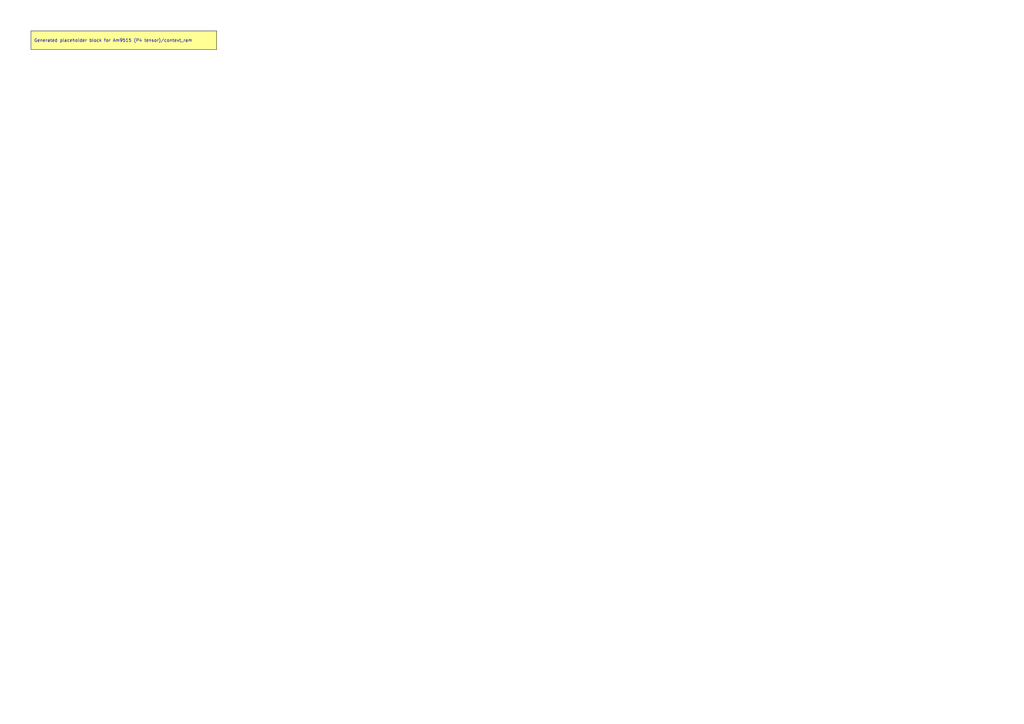
<source format=kicad_sch>
(kicad_sch
	(version 20250114)
	(generator "kicadgen")
	(generator_version "0.2")
	(uuid "4e7459f4-6960-5c15-ad47-0cb6a4c2e36a")
	(paper "A3")
	(title_block
		(title "Am9515 (P4 tensor)::context_ram")
		(company "Project Carbon")
		(comment 1 "Generated - do not edit in generated/")
		(comment 2 "Edit in schem/kicad9/manual/ or refine mapping specs")
	)
	(lib_symbols)
	(text_box
		"Generated placeholder block for Am9515 (P4 tensor)/context_ram"
		(exclude_from_sim no)
		(at
			12.7
			12.7
			0
		)
		(size 76.2 7.62)
		(margins
			1.27
			1.27
			1.27
			1.27
		)
		(stroke
			(width 0)
			(type default)
			(color
				0
				0
				0
				1
			)
		)
		(fill
			(type color)
			(color
				255
				255
				150
				1
			)
		)
		(effects
			(font
				(size 1.27 1.27)
			)
			(justify left)
		)
		(uuid "48d08da6-1bf3-536d-88da-1e6b3d85b285")
	)
	(sheet_instances
		(path
			"/"
			(page "1")
		)
	)
	(embedded_fonts no)
)

</source>
